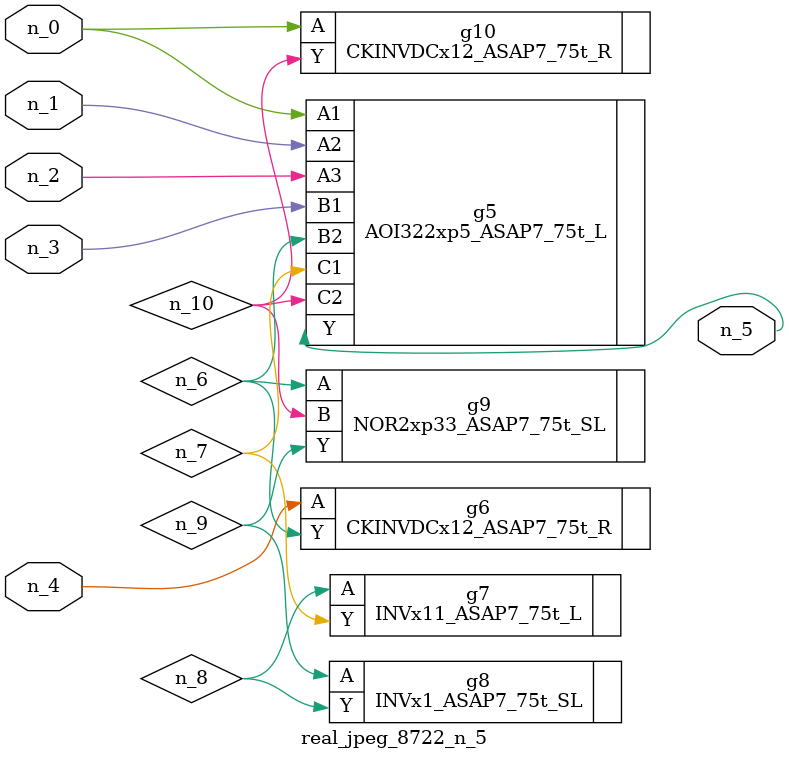
<source format=v>
module real_jpeg_8722_n_5 (n_4, n_0, n_1, n_2, n_3, n_5);

input n_4;
input n_0;
input n_1;
input n_2;
input n_3;

output n_5;

wire n_8;
wire n_6;
wire n_7;
wire n_10;
wire n_9;

AOI322xp5_ASAP7_75t_L g5 ( 
.A1(n_0),
.A2(n_1),
.A3(n_2),
.B1(n_3),
.B2(n_6),
.C1(n_7),
.C2(n_10),
.Y(n_5)
);

CKINVDCx12_ASAP7_75t_R g10 ( 
.A(n_0),
.Y(n_10)
);

CKINVDCx12_ASAP7_75t_R g6 ( 
.A(n_4),
.Y(n_6)
);

NOR2xp33_ASAP7_75t_SL g9 ( 
.A(n_6),
.B(n_10),
.Y(n_9)
);

INVx11_ASAP7_75t_L g7 ( 
.A(n_8),
.Y(n_7)
);

INVx1_ASAP7_75t_SL g8 ( 
.A(n_9),
.Y(n_8)
);


endmodule
</source>
